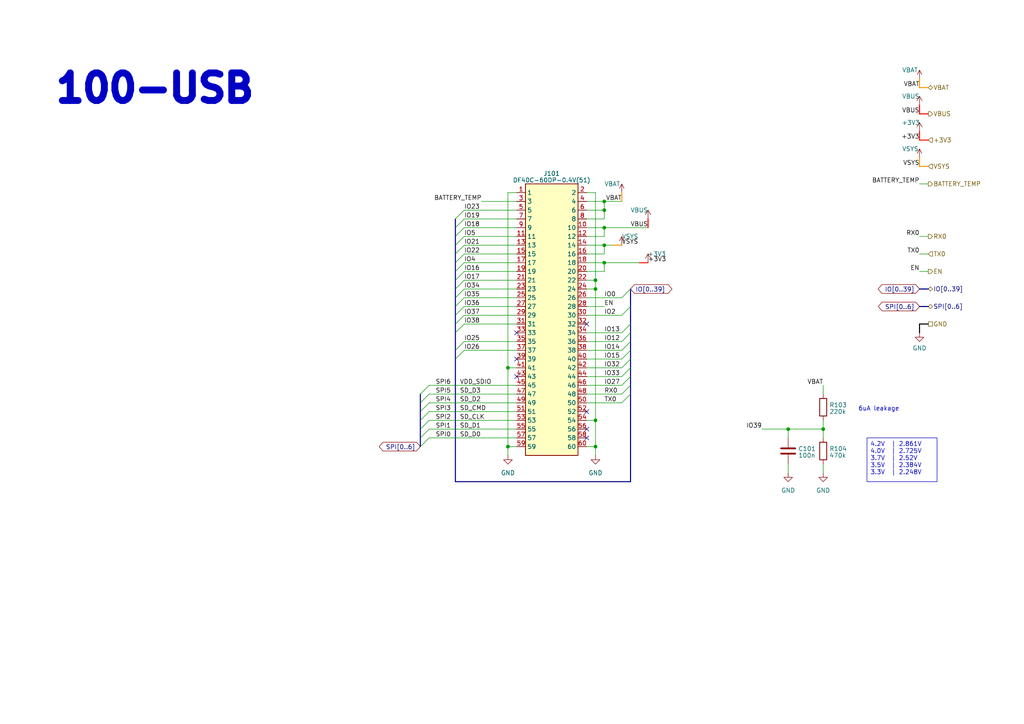
<source format=kicad_sch>
(kicad_sch (version 20230121) (generator eeschema)
  (paper "A4")
  (title_block (title "PSoM - ESP S3") (date "2023-04-17") (rev "HW00") (company "PumaCorp") (comment 1 "Design by: NdG"))
  (lib_symbols
    (symbol "Component lib:C" (pin_numbers hide) (pin_names (offset 0.254))
      (property "Reference" "C" (at 0.635 -1.27 0))
      (property "Value" "C" (at 0.635 -6.35 0))
      (symbol "C_0_1"
        (polyline (pts (xy -2.032 -4.572) (xy 2.032 -4.572)) (stroke (width 0.508)))
        (polyline (pts (xy -2.032 -3.048) (xy 2.032 -3.048)) (stroke (width 0.508)))
      )
      (symbol "C_1_1"
        (pin passive line (at 0 0 270) (length 2.794) (name "~") (number "1"))
        (pin passive line (at 0 -7.62 90) (length 2.794) (name "~") (number "2"))
      )
    )
    (symbol "Component_lib:DF40C-60DP-0.4V(51)"
      (property "Reference" "J" (at 5.08 7.62 0))
      (property "Value" "DF40C-60DP-0.4V(51)" (at 12.7 5.08 0))
      (symbol "DF40C-60DP-0.4V(51)_1_1"
        (rectangle (start 2.54 2.54) (end 17.78 -76.2) (stroke (width 0.254)) (fill (type background)))
        (pin passive line (at 0 0 0) (length 2.54) (name "1") (number "1"))
        (pin passive line (at 20.32 -10.16 180) (length 2.54) (name "10") (number "10"))
        (pin passive line (at 0 -12.7 0) (length 2.54) (name "11") (number "11"))
        (pin passive line (at 20.32 -12.7 180) (length 2.54) (name "12") (number "12"))
        (pin passive line (at 0 -15.24 0) (length 2.54) (name "13") (number "13"))
        (pin passive line (at 20.32 -15.24 180) (length 2.54) (name "14") (number "14"))
        (pin passive line (at 0 -17.78 0) (length 2.54) (name "15") (number "15"))
        (pin passive line (at 20.32 -17.78 180) (length 2.54) (name "16") (number "16"))
        (pin passive line (at 0 -20.32 0) (length 2.54) (name "17") (number "17"))
        (pin passive line (at 20.32 -20.32 180) (length 2.54) (name "18") (number "18"))
        (pin passive line (at 0 -22.86 0) (length 2.54) (name "19") (number "19"))
        (pin passive line (at 20.32 0 180) (length 2.54) (name "2") (number "2"))
        (pin passive line (at 20.32 -22.86 180) (length 2.54) (name "20") (number "20"))
        (pin passive line (at 0 -25.4 0) (length 2.54) (name "21") (number "21"))
        (pin passive line (at 20.32 -25.4 180) (length 2.54) (name "22") (number "22"))
        (pin passive line (at 0 -27.94 0) (length 2.54) (name "23") (number "23"))
        (pin passive line (at 20.32 -27.94 180) (length 2.54) (name "24") (number "24"))
        (pin passive line (at 0 -30.48 0) (length 2.54) (name "25") (number "25"))
        (pin passive line (at 20.32 -30.48 180) (length 2.54) (name "26") (number "26"))
        (pin passive line (at 0 -33.02 0) (length 2.54) (name "27") (number "27"))
        (pin passive line (at 20.32 -33.02 180) (length 2.54) (name "28") (number "28"))
        (pin passive line (at 0 -35.56 0) (length 2.54) (name "29") (number "29"))
        (pin passive line (at 0 -2.54 0) (length 2.54) (name "3") (number "3"))
        (pin passive line (at 20.32 -35.56 180) (length 2.54) (name "30") (number "30"))
        (pin passive line (at 0 -38.1 0) (length 2.54) (name "31") (number "31"))
        (pin passive line (at 20.32 -38.1 180) (length 2.54) (name "32") (number "32"))
        (pin passive line (at 0 -40.64 0) (length 2.54) (name "33") (number "33"))
        (pin passive line (at 20.32 -40.64 180) (length 2.54) (name "34") (number "34"))
        (pin passive line (at 0 -43.18 0) (length 2.54) (name "35") (number "35"))
        (pin passive line (at 20.32 -43.18 180) (length 2.54) (name "36") (number "36"))
        (pin passive line (at 0 -45.72 0) (length 2.54) (name "37") (number "37"))
        (pin passive line (at 20.32 -45.72 180) (length 2.54) (name "38") (number "38"))
        (pin passive line (at 0 -48.26 0) (length 2.54) (name "39") (number "39"))
        (pin passive line (at 20.32 -2.54 180) (length 2.54) (name "4") (number "4"))
        (pin passive line (at 20.32 -48.26 180) (length 2.54) (name "40") (number "40"))
        (pin passive line (at 0 -50.8 0) (length 2.54) (name "41") (number "41"))
        (pin passive line (at 20.32 -50.8 180) (length 2.54) (name "42") (number "42"))
        (pin passive line (at 0 -53.34 0) (length 2.54) (name "43") (number "43"))
        (pin passive line (at 20.32 -53.34 180) (length 2.54) (name "44") (number "44"))
        (pin passive line (at 0 -55.88 0) (length 2.54) (name "45") (number "45"))
        (pin passive line (at 20.32 -55.88 180) (length 2.54) (name "46") (number "46"))
        (pin passive line (at 0 -58.42 0) (length 2.54) (name "47") (number "47"))
        (pin passive line (at 20.32 -58.42 180) (length 2.54) (name "48") (number "48"))
        (pin passive line (at 0 -60.96 0) (length 2.54) (name "49") (number "49"))
        (pin passive line (at 0 -5.08 0) (length 2.54) (name "5") (number "5"))
        (pin passive line (at 20.32 -60.96 180) (length 2.54) (name "50") (number "50"))
        (pin passive line (at 0 -63.5 0) (length 2.54) (name "51") (number "51"))
        (pin passive line (at 20.32 -63.5 180) (length 2.54) (name "52") (number "52"))
        (pin passive line (at 0 -66.04 0) (length 2.54) (name "53") (number "53"))
        (pin passive line (at 20.32 -66.04 180) (length 2.54) (name "54") (number "54"))
        (pin passive line (at 0 -68.58 0) (length 2.54) (name "55") (number "55"))
        (pin passive line (at 20.32 -68.58 180) (length 2.54) (name "56") (number "56"))
        (pin passive line (at 0 -71.12 0) (length 2.54) (name "57") (number "57"))
        (pin passive line (at 20.32 -71.12 180) (length 2.54) (name "58") (number "58"))
        (pin passive line (at 0 -73.66 0) (length 2.54) (name "59") (number "59"))
        (pin passive line (at 20.32 -5.08 180) (length 2.54) (name "6") (number "6"))
        (pin passive line (at 20.32 -73.66 180) (length 2.54) (name "60") (number "60"))
        (pin passive line (at 0 -7.62 0) (length 2.54) (name "7") (number "7"))
        (pin passive line (at 20.32 -7.62 180) (length 2.54) (name "8") (number "8"))
        (pin passive line (at 0 -10.16 0) (length 2.54) (name "9") (number "9"))
      )
    )
    (symbol "Component_lib:R" (pin_numbers hide) (pin_names (offset 0))
      (property "Reference" "R" (at 2.032 -3.81 90))
      (property "Value" "R" (at 0 -3.81 90))
      (symbol "R_0_1"
        (rectangle (start -1.016 -6.35) (end 1.016 -1.27) (stroke (width 0.254)))
      )
      (symbol "R_1_1"
        (pin passive line (at 0 0 270) (length 1.27) (name "~") (number "1"))
        (pin passive line (at 0 -7.62 90) (length 1.27) (name "~") (number "2"))
      )
    )
    (symbol "Component_lib:VBAT" (power) (pin_numbers hide) (in_bom no) (on_board no)
      (property "Value" "VBAT" (at 0 3.81 0))
      (symbol "VBAT_0_0"
        (pin passive line (at 0 0 90) (length 2.54) hide (name "") (number ""))
      )
      (symbol "VBAT_0_1"
        (polyline (pts (xy 0 0) (xy 0 2.54) (xy 0.635 1.27) (xy 0 2.54) (xy -0.635 1.27)) (stroke (width 0.1524)))
      )
    )
    (symbol "Component_lib:VSYS" (power) (pin_numbers hide) (in_bom no) (on_board no)
      (property "Value" "VSYS" (at 0 3.81 0))
      (symbol "VSYS_0_0"
        (pin passive line (at 0 0 90) (length 2.54) hide (name "") (number ""))
      )
      (symbol "VSYS_0_1"
        (polyline (pts (xy 0 0) (xy 0 2.54) (xy 0.635 1.27) (xy 0 2.54) (xy -0.635 1.27)) (stroke (width 0.1524)))
      )
    )
    (symbol "GND_2" (power) (pin_names (offset 0))
      (property "Value" "GND_2" (at 0 -3.81 0))
      (symbol "GND_2_0_1"
        (polyline (pts (xy 0 0) (xy 0 -1.27) (xy 1.27 -1.27) (xy 0 -2.54) (xy -1.27 -1.27) (xy 0 -1.27)))
      )
      (symbol "GND_2_1_1"
        (pin power_in line (at 0 0 270) (length 0) hide (name "GND") (number "1"))
      )
    )
    (symbol "power:+3V3" (power) (pin_names (offset 0))
      (property "Value" "+3V3" (at 0 3.556 0))
      (symbol "+3V3_0_1"
        (polyline (pts (xy -0.762 1.27) (xy 0 2.54)))
        (polyline (pts (xy 0 0) (xy 0 2.54)))
        (polyline (pts (xy 0 2.54) (xy 0.762 1.27)))
      )
      (symbol "+3V3_1_1"
        (pin power_in line (at 0 0 90) (length 0) hide (name "+3V3") (number "1"))
      )
    )
    (symbol "power:GND" (power) (pin_names (offset 0))
      (property "Value" "GND" (at 0 -3.81 0))
      (symbol "GND_0_1"
        (polyline (pts (xy 0 0) (xy 0 -1.27) (xy 1.27 -1.27) (xy 0 -2.54) (xy -1.27 -1.27) (xy 0 -1.27)))
      )
      (symbol "GND_1_1"
        (pin power_in line (at 0 0 270) (length 0) hide (name "GND") (number "1"))
      )
    )
    (symbol "power:VBUS" (power) (pin_names (offset 0))
      (property "Value" "VBUS" (at 0 3.81 0))
      (symbol "VBUS_0_1"
        (polyline (pts (xy -0.762 1.27) (xy 0 2.54)))
        (polyline (pts (xy 0 0) (xy 0 2.54)))
        (polyline (pts (xy 0 2.54) (xy 0.762 1.27)))
      )
      (symbol "VBUS_1_1"
        (pin power_in line (at 0 0 90) (length 0) hide (name "VBUS") (number "1"))
      )
    )
  )
  (junction (at 228.6 124.46))
  (junction (at 172.72 83.82))
  (junction (at 175.26 58.42))
  (junction (at 147.32 129.54))
  (junction (at 175.26 76.2))
  (junction (at 147.32 106.68))
  (junction (at 175.26 60.96))
  (junction (at 172.72 121.92))
  (junction (at 175.26 66.04))
  (junction (at 175.26 71.12))
  (junction (at 238.76 124.46))
  (junction (at 172.72 129.54))
  (junction (at 172.72 81.28))
  (no_connect (at 170.18 124.46))
  (no_connect (at 149.86 109.22))
  (no_connect (at 149.86 96.52))
  (no_connect (at 149.86 104.14))
  (no_connect (at 170.18 127))
  (no_connect (at 170.18 119.38))
  (no_connect (at 170.18 93.98))
  (bus_entry (at 134.62 76.2) (size -2.54 2.54))
  (bus_entry (at 180.34 114.3) (size 2.54 -2.54))
  (bus_entry (at 134.62 91.44) (size -2.54 2.54))
  (bus_entry (at 180.34 96.52) (size 2.54 -2.54))
  (bus_entry (at 124.46 116.84) (size -2.54 2.54))
  (bus_entry (at 180.34 101.6) (size 2.54 -2.54))
  (bus_entry (at 134.62 99.06) (size -2.54 2.54))
  (bus_entry (at 124.46 127) (size -2.54 2.54))
  (bus_entry (at 134.62 86.36) (size -2.54 2.54))
  (bus_entry (at 124.46 114.3) (size -2.54 2.54))
  (bus_entry (at 134.62 63.5) (size -2.54 2.54))
  (bus_entry (at 134.62 88.9) (size -2.54 2.54))
  (bus_entry (at 180.34 86.36) (size 2.54 -2.54))
  (bus_entry (at 124.46 121.92) (size -2.54 2.54))
  (bus_entry (at 180.34 109.22) (size 2.54 -2.54))
  (bus_entry (at 134.62 83.82) (size -2.54 2.54))
  (bus_entry (at 180.34 91.44) (size 2.54 -2.54))
  (bus_entry (at 134.62 60.96) (size -2.54 2.54))
  (bus_entry (at 180.34 106.68) (size 2.54 -2.54))
  (bus_entry (at 134.62 71.12) (size -2.54 2.54))
  (bus_entry (at 134.62 73.66) (size -2.54 2.54))
  (bus_entry (at 124.46 124.46) (size -2.54 2.54))
  (bus_entry (at 134.62 78.74) (size -2.54 2.54))
  (bus_entry (at 134.62 101.6) (size -2.54 2.54))
  (bus_entry (at 134.62 66.04) (size -2.54 2.54))
  (bus_entry (at 124.46 119.38) (size -2.54 2.54))
  (bus_entry (at 134.62 68.58) (size -2.54 2.54))
  (bus_entry (at 180.34 116.84) (size 2.54 -2.54))
  (bus_entry (at 180.34 104.14) (size 2.54 -2.54))
  (bus_entry (at 124.46 111.76) (size -2.54 2.54))
  (bus_entry (at 180.34 111.76) (size 2.54 -2.54))
  (bus_entry (at 134.62 81.28) (size -2.54 2.54))
  (bus_entry (at 180.34 99.06) (size 2.54 -2.54))
  (bus_entry (at 134.62 93.98) (size -2.54 2.54))
  (wire (pts (xy 170.18 99.06) (xy 180.34 99.06)))
  (bus (pts (xy 182.88 83.82) (xy 182.88 88.9)))
  (bus (pts (xy 121.92 127) (xy 121.92 124.46)))
  (wire (pts (xy 134.62 91.44) (xy 149.86 91.44)))
  (wire (pts (xy 266.7 22.86) (xy 266.7 25.4)) (stroke (width 0.3) (color 255 153 0 1)))
  (wire (pts (xy 134.62 88.9) (xy 149.86 88.9)))
  (wire (pts (xy 139.7 58.42) (xy 149.86 58.42)))
  (wire (pts (xy 175.26 78.74) (xy 175.26 76.2)))
  (wire (pts (xy 170.18 106.68) (xy 180.34 106.68)))
  (wire (pts (xy 238.76 111.76) (xy 238.76 114.3)))
  (wire (pts (xy 170.18 101.6) (xy 180.34 101.6)))
  (wire (pts (xy 124.46 124.46) (xy 149.86 124.46)))
  (wire (pts (xy 172.72 55.88) (xy 172.72 81.28)))
  (wire (pts (xy 124.46 127) (xy 149.86 127)))
  (wire (pts (xy 134.62 66.04) (xy 149.86 66.04)))
  (wire (pts (xy 170.18 81.28) (xy 172.72 81.28)))
  (wire (pts (xy 147.32 106.68) (xy 147.32 129.54)))
  (wire (pts (xy 266.7 48.26) (xy 269.24 48.26)) (stroke (width 0.3) (color 255 148 0 1)))
  (wire (pts (xy 170.18 121.92) (xy 172.72 121.92)))
  (wire (pts (xy 170.18 76.2) (xy 175.26 76.2)))
  (wire (pts (xy 134.62 86.36) (xy 149.86 86.36)))
  (wire (pts (xy 170.18 68.58) (xy 175.26 68.58)))
  (wire (pts (xy 147.32 106.68) (xy 149.86 106.68)))
  (bus (pts (xy 121.92 119.38) (xy 121.92 116.84)))
  (bus (pts (xy 132.08 81.28) (xy 132.08 83.82)))
  (bus (pts (xy 132.08 139.7) (xy 182.88 139.7)))
  (wire (pts (xy 170.18 78.74) (xy 175.26 78.74)))
  (wire (pts (xy 170.18 66.04) (xy 175.26 66.04)))
  (wire (pts (xy 170.18 114.3) (xy 180.34 114.3)))
  (wire (pts (xy 228.6 124.46) (xy 228.6 127)))
  (wire (pts (xy 124.46 119.38) (xy 149.86 119.38)))
  (bus (pts (xy 182.88 104.14) (xy 182.88 106.68)))
  (bus (pts (xy 266.7 88.9) (xy 269.24 88.9)))
  (wire (pts (xy 175.26 60.96) (xy 175.26 58.42)))
  (bus (pts (xy 132.08 91.44) (xy 132.08 93.98)))
  (wire (pts (xy 134.62 78.74) (xy 149.86 78.74)))
  (bus (pts (xy 132.08 66.04) (xy 132.08 68.58)))
  (wire (pts (xy 170.18 111.76) (xy 180.34 111.76)))
  (wire (pts (xy 175.26 68.58) (xy 175.26 66.04)))
  (wire (pts (xy 266.7 73.66) (xy 269.24 73.66)))
  (wire (pts (xy 170.18 60.96) (xy 175.26 60.96)))
  (wire (pts (xy 228.6 124.46) (xy 238.76 124.46)))
  (bus (pts (xy 132.08 78.74) (xy 132.08 81.28)))
  (wire (pts (xy 266.7 68.58) (xy 269.24 68.58)))
  (bus (pts (xy 132.08 101.6) (xy 132.08 104.14)))
  (wire (pts (xy 266.7 30.48) (xy 266.7 33.02)) (stroke (width 0.3) (color 255 0 0 1)))
  (bus (pts (xy 132.08 96.52) (xy 132.08 101.6)))
  (wire (pts (xy 266.7 33.02) (xy 269.24 33.02)) (stroke (width 0.3) (color 255 0 0 1)))
  (wire (pts (xy 134.62 76.2) (xy 149.86 76.2)))
  (wire (pts (xy 266.7 38.1) (xy 266.7 40.64)) (stroke (width 0.3) (color 255 17 1 1)))
  (wire (pts (xy 170.18 71.12) (xy 175.26 71.12)))
  (wire (pts (xy 172.72 83.82) (xy 172.72 121.92)))
  (wire (pts (xy 170.18 63.5) (xy 175.26 63.5)))
  (wire (pts (xy 175.26 66.04) (xy 187.96 66.04)))
  (wire (pts (xy 124.46 114.3) (xy 149.86 114.3)))
  (wire (pts (xy 170.18 88.9) (xy 175.26 88.9)))
  (wire (pts (xy 134.62 71.12) (xy 149.86 71.12)))
  (wire (pts (xy 220.98 124.46) (xy 228.6 124.46)))
  (wire (pts (xy 238.76 124.46) (xy 238.76 127)))
  (wire (pts (xy 134.62 83.82) (xy 149.86 83.82)))
  (wire (pts (xy 175.26 76.2) (xy 185.42 76.2)))
  (wire (pts (xy 175.26 63.5) (xy 175.26 60.96)))
  (wire (pts (xy 134.62 68.58) (xy 149.86 68.58)))
  (wire (pts (xy 266.7 96.52) (xy 266.7 93.98)) (stroke (width 0.3) (color 0 0 0 1)))
  (wire (pts (xy 185.42 76.2) (xy 187.96 76.2)) (stroke (width 0.3) (color 255 17 1 1)))
  (wire (pts (xy 134.62 99.06) (xy 149.86 99.06)))
  (wire (pts (xy 266.7 53.34) (xy 269.24 53.34)))
  (wire (pts (xy 172.72 81.28) (xy 172.72 83.82)))
  (wire (pts (xy 266.7 25.4) (xy 269.24 25.4)) (stroke (width 0.3) (color 255 153 0 1)))
  (wire (pts (xy 170.18 83.82) (xy 172.72 83.82)))
  (wire (pts (xy 134.62 101.6) (xy 149.86 101.6)))
  (wire (pts (xy 266.7 78.74) (xy 269.24 78.74)))
  (wire (pts (xy 147.32 129.54) (xy 147.32 132.08)))
  (bus (pts (xy 121.92 116.84) (xy 121.92 114.3)))
  (wire (pts (xy 134.62 81.28) (xy 149.86 81.28)))
  (wire (pts (xy 170.18 116.84) (xy 180.34 116.84)))
  (bus (pts (xy 132.08 63.5) (xy 132.08 66.04)))
  (wire (pts (xy 238.76 134.62) (xy 238.76 137.16)))
  (wire (pts (xy 187.96 63.5) (xy 187.96 66.04)) (stroke (width 0.3) (color 255 0 0 1)))
  (wire (pts (xy 134.62 60.96) (xy 149.86 60.96)))
  (wire (pts (xy 149.86 55.88) (xy 147.32 55.88)))
  (wire (pts (xy 124.46 121.92) (xy 149.86 121.92)))
  (wire (pts (xy 170.18 86.36) (xy 180.34 86.36)))
  (bus (pts (xy 266.7 83.82) (xy 269.24 83.82)))
  (wire (pts (xy 147.32 55.88) (xy 147.32 106.68)))
  (bus (pts (xy 132.08 86.36) (xy 132.08 88.9)))
  (wire (pts (xy 124.46 116.84) (xy 149.86 116.84)))
  (bus (pts (xy 182.88 88.9) (xy 182.88 93.98)))
  (wire (pts (xy 238.76 124.46) (xy 238.76 121.92)))
  (bus (pts (xy 132.08 71.12) (xy 132.08 73.66)))
  (bus (pts (xy 132.08 73.66) (xy 132.08 76.2)))
  (wire (pts (xy 172.72 121.92) (xy 172.72 129.54)))
  (wire (pts (xy 266.7 45.72) (xy 266.7 48.26)) (stroke (width 0.3) (color 255 148 0 1)))
  (bus (pts (xy 132.08 68.58) (xy 132.08 71.12)))
  (wire (pts (xy 266.7 93.98) (xy 269.24 93.98)) (stroke (width 0.3) (color 0 0 0 1)))
  (wire (pts (xy 177.8 71.12) (xy 180.34 71.12)) (stroke (width 0.3) (color 255 148 0 1)))
  (wire (pts (xy 147.32 129.54) (xy 149.86 129.54)))
  (wire (pts (xy 175.26 71.12) (xy 177.8 71.12)))
  (bus (pts (xy 132.08 88.9) (xy 132.08 91.44)))
  (bus (pts (xy 182.88 111.76) (xy 182.88 114.3)))
  (wire (pts (xy 170.18 104.14) (xy 180.34 104.14)))
  (wire (pts (xy 134.62 93.98) (xy 149.86 93.98)))
  (wire (pts (xy 170.18 129.54) (xy 172.72 129.54)))
  (bus (pts (xy 182.88 109.22) (xy 182.88 111.76)))
  (wire (pts (xy 134.62 63.5) (xy 149.86 63.5)))
  (bus (pts (xy 182.88 93.98) (xy 182.88 96.52)))
  (wire (pts (xy 170.18 55.88) (xy 172.72 55.88)))
  (bus (pts (xy 132.08 93.98) (xy 132.08 96.52)))
  (wire (pts (xy 170.18 73.66) (xy 175.26 73.66)))
  (bus (pts (xy 182.88 99.06) (xy 182.88 101.6)))
  (bus (pts (xy 182.88 114.3) (xy 182.88 139.7)))
  (wire (pts (xy 175.26 73.66) (xy 175.26 71.12)))
  (bus (pts (xy 132.08 83.82) (xy 132.08 86.36)))
  (bus (pts (xy 182.88 96.52) (xy 182.88 99.06)))
  (wire (pts (xy 170.18 109.22) (xy 180.34 109.22)))
  (bus (pts (xy 121.92 124.46) (xy 121.92 121.92)))
  (wire (pts (xy 134.62 73.66) (xy 149.86 73.66)))
  (bus (pts (xy 132.08 76.2) (xy 132.08 78.74)))
  (bus (pts (xy 121.92 129.54) (xy 121.92 127)))
  (wire (pts (xy 228.6 134.62) (xy 228.6 137.16)))
  (bus (pts (xy 121.92 121.92) (xy 121.92 119.38)))
  (bus (pts (xy 182.88 106.68) (xy 182.88 109.22)))
  (wire (pts (xy 172.72 129.54) (xy 172.72 132.08)))
  (wire (pts (xy 180.34 55.88) (xy 180.34 58.42)) (stroke (width 0.3) (color 255 153 0 1)))
  (wire (pts (xy 170.18 96.52) (xy 180.34 96.52)))
  (wire (pts (xy 175.26 58.42) (xy 180.34 58.42)))
  (wire (pts (xy 170.18 91.44) (xy 180.34 91.44)))
  (wire (pts (xy 124.46 111.76) (xy 149.86 111.76)))
  (bus (pts (xy 132.08 104.14) (xy 132.08 139.7)))
  (wire (pts (xy 170.18 58.42) (xy 175.26 58.42)))
  (bus (pts (xy 182.88 101.6) (xy 182.88 104.14)))
  (wire (pts (xy 266.7 40.64) (xy 269.24 40.64)) (stroke (width 0.3) (color 255 17 1 1)))
  (text_box "4.2V  | 2.861V\n4.0V  | 2.725V\n3.7V  | 2.52V\n3.5V  | 2.384V\n3.3V  | 2.248V" (at 251.46 127 0) (size 20.32 12.7) (effects (font (size 1.27 1.27)) (justify left top)))
  (text "100-USB" (at 15.24 30.48 0) (effects (font (size 8 8) (thickness 3) bold) (justify left bottom)))
  (text "6uA leakage" (at 248.92 119.38 0) (effects (font (size 1.27 1.27)) (justify left bottom)))
  (label "IO26" (at 134.62 101.6 0))
  (label "BATTERY_TEMP" (at 139.7 58.42 180))
  (label "VSYS" (at 180.34 71.12 0))
  (label "EN" (at 266.7 78.74 180))
  (label "TX0" (at 266.7 73.66 180))
  (label "IO17" (at 134.62 81.28 0))
  (label "IO32" (at 175.26 106.68 0))
  (label "IO2" (at 175.26 91.44 0))
  (label "VBAT" (at 266.7 25.4 180))
  (label "IO21" (at 134.62 71.12 0))
  (label "VBUS" (at 266.7 33.02 180))
  (label "VBAT" (at 180.34 58.42 180))
  (label "SD_D2" (at 133.35 116.84 0))
  (label "SPI4" (at 130.81 116.84 180))
  (label "IO37" (at 134.62 91.44 0))
  (label "IO4" (at 134.62 76.2 0))
  (label "IO13" (at 175.26 96.52 0))
  (label "IO19" (at 134.62 63.5 0))
  (label "SD_CLK" (at 133.35 121.92 0))
  (label "IO15" (at 175.26 104.14 0))
  (label "VSYS" (at 266.7 48.26 180))
  (label "BATTERY_TEMP" (at 266.7 53.34 180))
  (label "IO33" (at 175.26 109.22 0))
  (label "IO36" (at 134.62 88.9 0))
  (label "IO35" (at 134.62 86.36 0))
  (label "IO16" (at 134.62 78.74 0))
  (label "SPI5" (at 130.81 114.3 180))
  (label "IO38" (at 134.62 93.98 0))
  (label "IO0" (at 175.26 86.36 0))
  (label "EN" (at 175.26 88.9 0))
  (label "SD_D1" (at 133.35 124.46 0))
  (label "SPI2" (at 130.81 121.92 180))
  (label "IO14" (at 175.26 101.6 0))
  (label "+3V3" (at 266.7 40.64 180))
  (label "VDD_SDIO" (at 133.35 111.76 0))
  (label "IO39" (at 220.98 124.46 180))
  (label "SPI3" (at 130.81 119.38 180))
  (label "IO5" (at 134.62 68.58 0))
  (label "SD_D0" (at 133.35 127 0))
  (label "SPI6" (at 130.81 111.76 180))
  (label "RX0" (at 266.7 68.58 180))
  (label "VBAT" (at 238.76 111.76 180))
  (label "VBUS" (at 187.96 66.04 180))
  (label "IO34" (at 134.62 83.82 0))
  (label "SPI1" (at 130.81 124.46 180))
  (label "SPI0" (at 130.81 127 180))
  (label "+3V3" (at 187.96 76.2 0))
  (label "SD_D3" (at 133.35 114.3 0))
  (label "IO23" (at 134.62 60.96 0))
  (label "IO22" (at 134.62 73.66 0))
  (label "IO18" (at 134.62 66.04 0))
  (label "IO25" (at 134.62 99.06 0))
  (label "RX0" (at 175.26 114.3 0))
  (label "TX0" (at 175.26 116.84 0))
  (label "SD_CMD" (at 133.35 119.38 0))
  (label "IO12" (at 175.26 99.06 0))
  (label "IO27" (at 175.26 111.76 0))
  (global_label "IO[0..39]" (shape bidirectional) (at 182.88 83.82 0) (property "Intersheetrefs" "${INTERSHEET_REFS}" (effects hide)))
  (global_label "SPI[0..6]" (shape bidirectional) (at 121.92 129.54 180) (property "Intersheetrefs" "${INTERSHEET_REFS}" (effects hide)))
  (global_label "IO[0..39]" (shape bidirectional) (at 266.7 83.82 180) (property "Intersheetrefs" "${INTERSHEET_REFS}" (effects hide)))
  (global_label "SPI[0..6]" (shape bidirectional) (at 266.7 88.9 180) (property "Intersheetrefs" "${INTERSHEET_REFS}" (effects hide)))
  (hierarchical_label "VBAT" (shape bidirectional) (at 269.24 25.4 0))
  (hierarchical_label "EN" (shape output) (at 269.24 78.74 0))
  (hierarchical_label "+3V3" (shape input) (at 269.24 40.64 0))
  (hierarchical_label "VSYS" (shape input) (at 269.24 48.26 0))
  (hierarchical_label "RX0" (shape output) (at 269.24 68.58 0))
  (hierarchical_label "BATTERY_TEMP" (shape output) (at 269.24 53.34 0))
  (hierarchical_label "GND" (shape passive) (at 269.24 93.98 0))
  (hierarchical_label "SPI[0..6]" (shape bidirectional) (at 269.24 88.9 0))
  (hierarchical_label "IO[0..39]" (shape bidirectional) (at 269.24 83.82 0))
  (hierarchical_label "TX0" (shape input) (at 269.24 73.66 0))
  (hierarchical_label "VBUS" (shape output) (at 269.24 33.02 0))
  (symbol (lib_id "Component_lib:VBAT") (at 180.34 55.88 0) (unit 1) (in_bom no) (on_board no)
    (property "Reference" "#VBAT01" (effects hide))
    (property "Value" "VBAT" (at 175.26 53.34 0) (effects (justify left)))
    (instances (project "ESP_PicoD4_SoM_HW00" (path "" (reference "#VBAT01") (unit 1))) (project "PMK_Keyboard" (path "" (reference "#VBAT0102") (unit 1))))
  )
  (symbol (lib_id "Component_lib:VSYS") (at 266.7 45.72 0) (unit 1) (in_bom no) (on_board no)
    (property "Reference" "#VSYS0101" (effects hide))
    (property "Value" "VSYS" (at 261.62 43.18 0) (effects (justify left)))
  )
  (symbol (lib_id "power:VBUS") (at 187.96 63.5 0) (unit 1)
    (property "Reference" "#PWR04" (effects hide))
    (property "Value" "VBUS" (at 185.42 60.96 0))
    (instances (project "ESP_PicoD4_SoM_HW00" (path "" (reference "#PWR04") (unit 1))) (project "PMK_Keyboard" (path "" (reference "#PWR0101") (unit 1))))
  )
  (symbol (lib_name "GND_2") (lib_id "power:GND") (at 238.76 137.16 0) (unit 1)
    (property "Reference" "#PWR011" (effects hide))
    (property "Value" "GND" (at 238.76 142.24 0))
  )
  (symbol (lib_id "Component_lib:R") (at 238.76 114.3 0) (unit 1)
    (property "Reference" "R103" (at 240.538 117.4663 0) (effects (justify left)))
    (property "Value" "220k" (at 240.538 119.3873 0) (effects (justify left)))
    (property "Footprint" "Resistor_SMD:R_0201_0603Metric" (effects hide))
  )
  (symbol (lib_name "GND_2") (lib_id "power:GND") (at 172.72 132.08 0) (unit 1)
    (property "Reference" "#PWR02" (effects hide))
    (property "Value" "GND" (at 172.72 137.16 0))
  )
  (symbol (lib_name "GND_2") (lib_id "power:GND") (at 147.32 132.08 0) (unit 1)
    (property "Reference" "#PWR01" (effects hide))
    (property "Value" "GND" (at 147.32 137.16 0))
  )
  (symbol (lib_id "Component_lib:R") (at 238.76 127 0) (unit 1)
    (property "Reference" "R104" (at 240.538 130.1663 0) (effects (justify left)))
    (property "Value" "470k" (at 240.538 132.0873 0) (effects (justify left)))
    (property "Footprint" "Resistor_SMD:R_0201_0603Metric" (effects hide))
  )
  (symbol (lib_id "Component_lib:VSYS") (at 180.34 71.12 0) (unit 1) (in_bom no) (on_board no)
    (property "Reference" "#VSYS01" (effects hide))
    (property "Value" "VSYS" (at 180.34 68.58 0) (effects (justify left)))
  )
  (symbol (lib_id "power:+3V3") (at 266.7 38.1 0) (unit 1)
    (property "Reference" "#PWR05" (effects hide))
    (property "Value" "+3V3" (at 264.16 35.56 0))
  )
  (symbol (lib_id "Component_lib:VBAT") (at 266.7 22.86 0) (unit 1) (in_bom no) (on_board no)
    (property "Reference" "#VBAT0102" (effects hide))
    (property "Value" "VBAT" (at 261.62 20.32 0) (effects (justify left)))
  )
  (symbol (lib_id "Component_lib:DF40C-60DP-0.4V(51)") (at 149.86 55.88 0) (unit 1)
    (property "Reference" "J101" (at 160.02 50.3301 0))
    (property "Value" "DF40C-60DP-0.4V(51)" (at 160.02 52.2511 0))
    (property "Footprint" "Component_lib:DF40C-60DP-0.4V(51)" (effects hide))
    (property "Datasheet" "https://www.mouser.ch/ProductDetail/Hirose-Connector/DF40C-60DP-04V51?qs=eDUdFcBPps0%252B%252BrqDQtiLyw%3D%3D" (effects hide))
  )
  (symbol (lib_id "power:VBUS") (at 266.7 30.48 0) (unit 1)
    (property "Reference" "#PWR0101" (effects hide))
    (property "Value" "VBUS" (at 264.16 27.94 0))
  )
  (symbol (lib_id "power:GND") (at 266.7 96.52 0) (unit 1)
    (property "Reference" "#PWR0118" (effects hide))
    (property "Value" "GND" (at 266.7 100.9634 0))
  )
  (symbol (lib_name "GND_2") (lib_id "power:GND") (at 228.6 137.16 0) (unit 1)
    (property "Reference" "#PWR012" (effects hide))
    (property "Value" "GND" (at 228.6 142.24 0))
  )
  (symbol (lib_id "power:+3V3") (at 187.96 76.2 0) (unit 1)
    (property "Reference" "#PWR03" (effects hide))
    (property "Value" "+3V3" (at 190.5 73.66 0))
  )
  (symbol (lib_id "Component lib:C") (at 228.6 127 0) (unit 1)
    (property "Reference" "C101" (at 231.521 130.1663 0) (effects (justify left)))
    (property "Value" "100n" (at 231.521 132.0873 0) (effects (justify left)))
    (property "Footprint" "Capacitor_SMD:C_0201_0603Metric" (effects hide))
    (instances (project "ESP_PicoD4_SoM_HW00" (path "" (reference "C101") (unit 1))) (project "PMK_Keyboard" (path "" (reference "C415") (unit 1))))
  )
)
</source>
